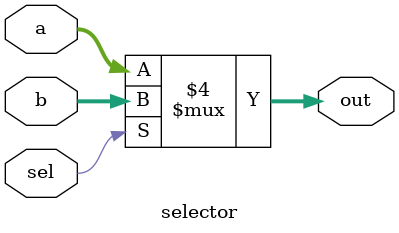
<source format=v>
`timescale 1ns / 1ps


module selector(a, b, sel, out);
    parameter WIDTH = 32;
    
    input [WIDTH-1:0] a, b;
    input sel;
    output reg [WIDTH-1:0] out;
    
    always@(*) begin
        if(!sel)    out <= a;   // if-elseÒ²ÊÇÐÐÎªÃèÊö£¬Òò´Ë¿ÉÒÔÓÃÔÚalwaysÀïÃæ
        else    out <= b;
    end
 
endmodule

</source>
